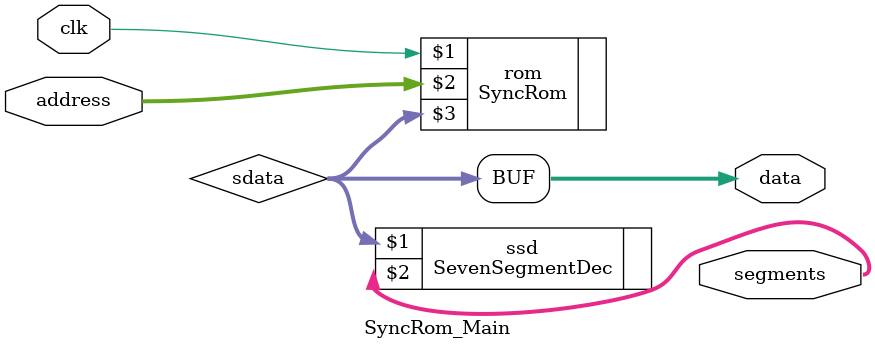
<source format=v>
`timescale 1ns / 1ps
module SyncRom_Main(
    input clk,
    input [3:0] address,
    output [3:0] data,
    output [13:0] segments
    );
	
	wire [3:0] sdata;
	assign data = sdata;
	
	SyncRom rom (clk,address,sdata);
	SevenSegmentDec ssd (sdata,segments);

endmodule

</source>
